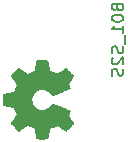
<source format=gbr>
G04 #@! TF.GenerationSoftware,KiCad,Pcbnew,5.1.5-52549c5~86~ubuntu18.04.1*
G04 #@! TF.CreationDate,2020-09-05T13:09:40-05:00*
G04 #@! TF.ProjectId,B01,4230312e-6b69-4636-9164-5f7063625858,rev?*
G04 #@! TF.SameCoordinates,Original*
G04 #@! TF.FileFunction,Legend,Bot*
G04 #@! TF.FilePolarity,Positive*
%FSLAX46Y46*%
G04 Gerber Fmt 4.6, Leading zero omitted, Abs format (unit mm)*
G04 Created by KiCad (PCBNEW 5.1.5-52549c5~86~ubuntu18.04.1) date 2020-09-05 13:09:40*
%MOMM*%
%LPD*%
G04 APERTURE LIST*
%ADD10C,0.150000*%
%ADD11C,0.010000*%
G04 APERTURE END LIST*
D10*
X46816971Y-21160123D02*
X46864590Y-21302980D01*
X46912209Y-21350600D01*
X47007447Y-21398219D01*
X47150304Y-21398219D01*
X47245542Y-21350600D01*
X47293161Y-21302980D01*
X47340780Y-21207742D01*
X47340780Y-20826790D01*
X46340780Y-20826790D01*
X46340780Y-21160123D01*
X46388400Y-21255361D01*
X46436019Y-21302980D01*
X46531257Y-21350600D01*
X46626495Y-21350600D01*
X46721733Y-21302980D01*
X46769352Y-21255361D01*
X46816971Y-21160123D01*
X46816971Y-20826790D01*
X46340780Y-22017266D02*
X46340780Y-22112504D01*
X46388400Y-22207742D01*
X46436019Y-22255361D01*
X46531257Y-22302980D01*
X46721733Y-22350600D01*
X46959828Y-22350600D01*
X47150304Y-22302980D01*
X47245542Y-22255361D01*
X47293161Y-22207742D01*
X47340780Y-22112504D01*
X47340780Y-22017266D01*
X47293161Y-21922028D01*
X47245542Y-21874409D01*
X47150304Y-21826790D01*
X46959828Y-21779171D01*
X46721733Y-21779171D01*
X46531257Y-21826790D01*
X46436019Y-21874409D01*
X46388400Y-21922028D01*
X46340780Y-22017266D01*
X47340780Y-23302980D02*
X47340780Y-22731552D01*
X47340780Y-23017266D02*
X46340780Y-23017266D01*
X46483638Y-22922028D01*
X46578876Y-22826790D01*
X46626495Y-22731552D01*
X47436019Y-23493457D02*
X47436019Y-24255361D01*
X47293161Y-24445838D02*
X47340780Y-24588695D01*
X47340780Y-24826790D01*
X47293161Y-24922028D01*
X47245542Y-24969647D01*
X47150304Y-25017266D01*
X47055066Y-25017266D01*
X46959828Y-24969647D01*
X46912209Y-24922028D01*
X46864590Y-24826790D01*
X46816971Y-24636314D01*
X46769352Y-24541076D01*
X46721733Y-24493457D01*
X46626495Y-24445838D01*
X46531257Y-24445838D01*
X46436019Y-24493457D01*
X46388400Y-24541076D01*
X46340780Y-24636314D01*
X46340780Y-24874409D01*
X46388400Y-25017266D01*
X46436019Y-25398219D02*
X46388400Y-25445838D01*
X46340780Y-25541076D01*
X46340780Y-25779171D01*
X46388400Y-25874409D01*
X46436019Y-25922028D01*
X46531257Y-25969647D01*
X46626495Y-25969647D01*
X46769352Y-25922028D01*
X47340780Y-25350600D01*
X47340780Y-25969647D01*
X47293161Y-26350600D02*
X47340780Y-26493457D01*
X47340780Y-26731552D01*
X47293161Y-26826790D01*
X47245542Y-26874409D01*
X47150304Y-26922028D01*
X47055066Y-26922028D01*
X46959828Y-26874409D01*
X46912209Y-26826790D01*
X46864590Y-26731552D01*
X46816971Y-26541076D01*
X46769352Y-26445838D01*
X46721733Y-26398219D01*
X46626495Y-26350600D01*
X46531257Y-26350600D01*
X46436019Y-26398219D01*
X46388400Y-26445838D01*
X46340780Y-26541076D01*
X46340780Y-26779171D01*
X46388400Y-26922028D01*
D11*
G36*
X37600931Y-29486414D02*
G01*
X38045555Y-29570235D01*
X38173053Y-29879520D01*
X38300551Y-30188806D01*
X38048246Y-30559846D01*
X37977996Y-30663757D01*
X37915272Y-30757687D01*
X37862938Y-30837252D01*
X37823857Y-30898070D01*
X37800893Y-30935757D01*
X37795942Y-30946021D01*
X37808676Y-30964510D01*
X37843882Y-31004020D01*
X37897062Y-31060122D01*
X37963718Y-31128387D01*
X38039354Y-31204386D01*
X38119472Y-31283692D01*
X38199574Y-31361875D01*
X38275164Y-31434507D01*
X38341745Y-31497159D01*
X38394818Y-31545403D01*
X38429887Y-31574810D01*
X38441623Y-31581841D01*
X38463260Y-31571723D01*
X38510662Y-31543359D01*
X38579193Y-31499729D01*
X38664215Y-31443818D01*
X38761093Y-31378606D01*
X38816350Y-31340819D01*
X38917248Y-31271943D01*
X39008299Y-31210740D01*
X39084970Y-31160178D01*
X39142728Y-31123228D01*
X39177043Y-31102858D01*
X39184254Y-31099797D01*
X39204748Y-31106736D01*
X39252513Y-31125651D01*
X39320832Y-31153687D01*
X39402989Y-31187991D01*
X39492270Y-31225709D01*
X39581958Y-31263987D01*
X39665338Y-31299970D01*
X39735694Y-31330806D01*
X39786310Y-31353639D01*
X39810471Y-31365617D01*
X39811422Y-31366324D01*
X39816036Y-31385131D01*
X39826328Y-31435218D01*
X39841287Y-31511393D01*
X39859901Y-31608465D01*
X39881159Y-31721243D01*
X39893418Y-31787042D01*
X39916362Y-31907550D01*
X39938195Y-32016397D01*
X39957722Y-32108076D01*
X39973748Y-32177081D01*
X39985079Y-32217904D01*
X39988674Y-32226111D01*
X40013006Y-32234148D01*
X40067959Y-32240633D01*
X40147108Y-32245570D01*
X40244026Y-32248964D01*
X40352287Y-32250818D01*
X40465465Y-32251138D01*
X40577135Y-32249927D01*
X40680868Y-32247190D01*
X40770241Y-32242931D01*
X40838826Y-32237155D01*
X40880197Y-32229867D01*
X40888810Y-32225495D01*
X40899133Y-32199364D01*
X40913892Y-32143993D01*
X40931352Y-32066707D01*
X40949780Y-31974830D01*
X40955741Y-31942758D01*
X40984066Y-31788124D01*
X41006876Y-31665975D01*
X41025080Y-31572273D01*
X41039583Y-31502984D01*
X41051292Y-31454071D01*
X41061115Y-31421497D01*
X41069956Y-31401228D01*
X41078724Y-31389226D01*
X41080457Y-31387547D01*
X41108371Y-31370784D01*
X41162695Y-31345214D01*
X41236777Y-31313388D01*
X41323965Y-31277860D01*
X41417608Y-31241183D01*
X41511052Y-31205911D01*
X41597647Y-31174596D01*
X41670740Y-31149793D01*
X41723678Y-31134054D01*
X41749811Y-31129932D01*
X41750726Y-31130276D01*
X41772086Y-31144241D01*
X41819084Y-31175922D01*
X41886827Y-31221991D01*
X41970423Y-31279118D01*
X42064982Y-31343973D01*
X42091854Y-31362443D01*
X42189275Y-31428299D01*
X42278163Y-31486250D01*
X42353412Y-31533138D01*
X42409920Y-31565807D01*
X42442581Y-31581100D01*
X42446593Y-31581841D01*
X42467684Y-31568992D01*
X42509464Y-31533488D01*
X42567445Y-31479893D01*
X42637135Y-31412771D01*
X42714045Y-31336687D01*
X42793683Y-31256204D01*
X42871561Y-31175887D01*
X42943186Y-31100299D01*
X43004070Y-31034005D01*
X43049721Y-30981569D01*
X43075650Y-30947555D01*
X43079883Y-30938145D01*
X43069912Y-30916243D01*
X43043020Y-30871400D01*
X43003736Y-30810921D01*
X42972117Y-30764389D01*
X42914098Y-30680075D01*
X42845784Y-30580226D01*
X42777579Y-30480073D01*
X42741075Y-30426227D01*
X42617800Y-30243971D01*
X42700520Y-30090981D01*
X42736759Y-30021282D01*
X42764926Y-29962014D01*
X42780991Y-29921911D01*
X42783226Y-29911703D01*
X42766722Y-29899429D01*
X42720082Y-29875213D01*
X42647609Y-29840863D01*
X42553606Y-29798188D01*
X42442374Y-29748994D01*
X42318215Y-29695090D01*
X42185432Y-29638284D01*
X42048327Y-29580382D01*
X41911202Y-29523193D01*
X41778358Y-29468524D01*
X41654098Y-29418184D01*
X41542725Y-29373980D01*
X41448539Y-29337719D01*
X41375844Y-29311209D01*
X41328941Y-29296258D01*
X41312833Y-29293854D01*
X41292286Y-29312911D01*
X41258933Y-29354636D01*
X41219702Y-29410306D01*
X41216599Y-29414978D01*
X41101423Y-29558864D01*
X40967053Y-29674883D01*
X40817784Y-29762030D01*
X40657913Y-29819299D01*
X40491737Y-29845686D01*
X40323552Y-29840185D01*
X40157655Y-29801790D01*
X39998342Y-29729495D01*
X39963487Y-29708226D01*
X39822737Y-29597596D01*
X39709714Y-29466902D01*
X39625003Y-29320664D01*
X39569194Y-29163408D01*
X39542874Y-28999657D01*
X39546630Y-28833933D01*
X39581050Y-28670762D01*
X39646723Y-28514665D01*
X39744235Y-28370167D01*
X39783813Y-28325469D01*
X39907703Y-28211712D01*
X40038124Y-28128818D01*
X40184315Y-28071956D01*
X40329088Y-28040287D01*
X40491860Y-28032469D01*
X40655440Y-28058538D01*
X40814298Y-28115845D01*
X40962906Y-28201744D01*
X41095735Y-28313586D01*
X41207256Y-28448723D01*
X41219011Y-28466483D01*
X41257508Y-28522750D01*
X41290863Y-28565523D01*
X41312160Y-28585972D01*
X41312833Y-28586269D01*
X41335871Y-28581879D01*
X41388157Y-28564476D01*
X41465390Y-28535868D01*
X41563268Y-28497865D01*
X41677491Y-28452274D01*
X41803758Y-28400903D01*
X41937767Y-28345562D01*
X42075218Y-28288058D01*
X42211808Y-28230201D01*
X42343237Y-28173798D01*
X42465205Y-28120658D01*
X42573409Y-28072590D01*
X42663549Y-28031401D01*
X42731323Y-27998901D01*
X42772430Y-27976897D01*
X42783226Y-27968036D01*
X42774819Y-27940960D01*
X42752272Y-27890297D01*
X42719613Y-27824783D01*
X42700520Y-27788759D01*
X42617800Y-27635768D01*
X42741075Y-27453512D01*
X42804228Y-27360475D01*
X42873727Y-27258615D01*
X42939165Y-27163162D01*
X42972117Y-27115350D01*
X43017273Y-27048105D01*
X43053057Y-26991164D01*
X43074938Y-26951954D01*
X43079563Y-26939219D01*
X43067085Y-26920683D01*
X43032252Y-26879659D01*
X42978678Y-26820125D01*
X42909983Y-26746058D01*
X42829781Y-26661435D01*
X42778286Y-26607915D01*
X42686286Y-26514281D01*
X42603999Y-26433359D01*
X42534945Y-26368423D01*
X42482644Y-26322742D01*
X42450616Y-26299589D01*
X42444116Y-26297368D01*
X42419394Y-26307676D01*
X42369405Y-26336161D01*
X42299212Y-26379663D01*
X42213875Y-26435023D01*
X42118456Y-26499080D01*
X42091854Y-26517297D01*
X41995167Y-26583673D01*
X41908117Y-26643222D01*
X41835595Y-26692616D01*
X41782493Y-26728525D01*
X41753703Y-26747619D01*
X41750726Y-26749464D01*
X41727782Y-26746705D01*
X41677336Y-26732062D01*
X41606041Y-26708087D01*
X41520547Y-26677334D01*
X41427507Y-26642356D01*
X41333574Y-26605707D01*
X41245399Y-26569939D01*
X41169634Y-26537606D01*
X41112931Y-26511262D01*
X41081943Y-26493458D01*
X41080457Y-26492193D01*
X41071601Y-26481306D01*
X41062843Y-26462918D01*
X41053277Y-26432994D01*
X41041996Y-26387497D01*
X41028093Y-26322391D01*
X41010663Y-26233639D01*
X40988798Y-26117207D01*
X40961591Y-25969058D01*
X40955741Y-25936982D01*
X40937374Y-25841914D01*
X40919405Y-25759035D01*
X40903569Y-25695670D01*
X40891600Y-25659142D01*
X40888810Y-25654244D01*
X40864072Y-25646173D01*
X40808790Y-25639613D01*
X40729389Y-25634567D01*
X40632296Y-25631041D01*
X40523938Y-25629039D01*
X40410740Y-25628564D01*
X40299128Y-25629623D01*
X40195529Y-25632218D01*
X40106368Y-25636354D01*
X40038072Y-25642037D01*
X39997066Y-25649269D01*
X39988674Y-25653629D01*
X39980208Y-25677902D01*
X39966435Y-25733174D01*
X39948550Y-25813938D01*
X39927748Y-25914688D01*
X39905223Y-26029917D01*
X39893418Y-26092698D01*
X39871151Y-26211813D01*
X39850979Y-26318035D01*
X39833915Y-26406173D01*
X39820969Y-26471034D01*
X39813155Y-26507426D01*
X39811422Y-26513416D01*
X39791890Y-26523539D01*
X39744843Y-26544938D01*
X39677003Y-26574761D01*
X39595091Y-26610155D01*
X39505828Y-26648268D01*
X39415935Y-26686247D01*
X39332135Y-26721240D01*
X39261147Y-26750394D01*
X39209694Y-26770857D01*
X39184497Y-26779777D01*
X39183396Y-26779943D01*
X39163519Y-26769831D01*
X39117777Y-26741483D01*
X39050717Y-26697877D01*
X38966884Y-26641994D01*
X38870826Y-26576813D01*
X38815650Y-26538921D01*
X38714481Y-26469875D01*
X38622630Y-26408550D01*
X38544744Y-26357937D01*
X38485469Y-26321029D01*
X38449451Y-26300818D01*
X38441377Y-26297899D01*
X38422584Y-26310447D01*
X38382457Y-26345137D01*
X38325493Y-26397537D01*
X38256185Y-26463216D01*
X38179031Y-26537744D01*
X38098525Y-26616687D01*
X38019163Y-26695617D01*
X37945440Y-26770100D01*
X37881852Y-26835706D01*
X37832894Y-26888004D01*
X37803061Y-26922561D01*
X37795942Y-26934122D01*
X37805953Y-26952946D01*
X37834078Y-26997969D01*
X37877454Y-27064813D01*
X37933218Y-27149101D01*
X37998506Y-27246456D01*
X38048246Y-27319893D01*
X38300551Y-27690933D01*
X38045555Y-28309505D01*
X37600931Y-28393325D01*
X37156307Y-28477146D01*
X37156307Y-29402594D01*
X37600931Y-29486414D01*
G37*
X37600931Y-29486414D02*
X38045555Y-29570235D01*
X38173053Y-29879520D01*
X38300551Y-30188806D01*
X38048246Y-30559846D01*
X37977996Y-30663757D01*
X37915272Y-30757687D01*
X37862938Y-30837252D01*
X37823857Y-30898070D01*
X37800893Y-30935757D01*
X37795942Y-30946021D01*
X37808676Y-30964510D01*
X37843882Y-31004020D01*
X37897062Y-31060122D01*
X37963718Y-31128387D01*
X38039354Y-31204386D01*
X38119472Y-31283692D01*
X38199574Y-31361875D01*
X38275164Y-31434507D01*
X38341745Y-31497159D01*
X38394818Y-31545403D01*
X38429887Y-31574810D01*
X38441623Y-31581841D01*
X38463260Y-31571723D01*
X38510662Y-31543359D01*
X38579193Y-31499729D01*
X38664215Y-31443818D01*
X38761093Y-31378606D01*
X38816350Y-31340819D01*
X38917248Y-31271943D01*
X39008299Y-31210740D01*
X39084970Y-31160178D01*
X39142728Y-31123228D01*
X39177043Y-31102858D01*
X39184254Y-31099797D01*
X39204748Y-31106736D01*
X39252513Y-31125651D01*
X39320832Y-31153687D01*
X39402989Y-31187991D01*
X39492270Y-31225709D01*
X39581958Y-31263987D01*
X39665338Y-31299970D01*
X39735694Y-31330806D01*
X39786310Y-31353639D01*
X39810471Y-31365617D01*
X39811422Y-31366324D01*
X39816036Y-31385131D01*
X39826328Y-31435218D01*
X39841287Y-31511393D01*
X39859901Y-31608465D01*
X39881159Y-31721243D01*
X39893418Y-31787042D01*
X39916362Y-31907550D01*
X39938195Y-32016397D01*
X39957722Y-32108076D01*
X39973748Y-32177081D01*
X39985079Y-32217904D01*
X39988674Y-32226111D01*
X40013006Y-32234148D01*
X40067959Y-32240633D01*
X40147108Y-32245570D01*
X40244026Y-32248964D01*
X40352287Y-32250818D01*
X40465465Y-32251138D01*
X40577135Y-32249927D01*
X40680868Y-32247190D01*
X40770241Y-32242931D01*
X40838826Y-32237155D01*
X40880197Y-32229867D01*
X40888810Y-32225495D01*
X40899133Y-32199364D01*
X40913892Y-32143993D01*
X40931352Y-32066707D01*
X40949780Y-31974830D01*
X40955741Y-31942758D01*
X40984066Y-31788124D01*
X41006876Y-31665975D01*
X41025080Y-31572273D01*
X41039583Y-31502984D01*
X41051292Y-31454071D01*
X41061115Y-31421497D01*
X41069956Y-31401228D01*
X41078724Y-31389226D01*
X41080457Y-31387547D01*
X41108371Y-31370784D01*
X41162695Y-31345214D01*
X41236777Y-31313388D01*
X41323965Y-31277860D01*
X41417608Y-31241183D01*
X41511052Y-31205911D01*
X41597647Y-31174596D01*
X41670740Y-31149793D01*
X41723678Y-31134054D01*
X41749811Y-31129932D01*
X41750726Y-31130276D01*
X41772086Y-31144241D01*
X41819084Y-31175922D01*
X41886827Y-31221991D01*
X41970423Y-31279118D01*
X42064982Y-31343973D01*
X42091854Y-31362443D01*
X42189275Y-31428299D01*
X42278163Y-31486250D01*
X42353412Y-31533138D01*
X42409920Y-31565807D01*
X42442581Y-31581100D01*
X42446593Y-31581841D01*
X42467684Y-31568992D01*
X42509464Y-31533488D01*
X42567445Y-31479893D01*
X42637135Y-31412771D01*
X42714045Y-31336687D01*
X42793683Y-31256204D01*
X42871561Y-31175887D01*
X42943186Y-31100299D01*
X43004070Y-31034005D01*
X43049721Y-30981569D01*
X43075650Y-30947555D01*
X43079883Y-30938145D01*
X43069912Y-30916243D01*
X43043020Y-30871400D01*
X43003736Y-30810921D01*
X42972117Y-30764389D01*
X42914098Y-30680075D01*
X42845784Y-30580226D01*
X42777579Y-30480073D01*
X42741075Y-30426227D01*
X42617800Y-30243971D01*
X42700520Y-30090981D01*
X42736759Y-30021282D01*
X42764926Y-29962014D01*
X42780991Y-29921911D01*
X42783226Y-29911703D01*
X42766722Y-29899429D01*
X42720082Y-29875213D01*
X42647609Y-29840863D01*
X42553606Y-29798188D01*
X42442374Y-29748994D01*
X42318215Y-29695090D01*
X42185432Y-29638284D01*
X42048327Y-29580382D01*
X41911202Y-29523193D01*
X41778358Y-29468524D01*
X41654098Y-29418184D01*
X41542725Y-29373980D01*
X41448539Y-29337719D01*
X41375844Y-29311209D01*
X41328941Y-29296258D01*
X41312833Y-29293854D01*
X41292286Y-29312911D01*
X41258933Y-29354636D01*
X41219702Y-29410306D01*
X41216599Y-29414978D01*
X41101423Y-29558864D01*
X40967053Y-29674883D01*
X40817784Y-29762030D01*
X40657913Y-29819299D01*
X40491737Y-29845686D01*
X40323552Y-29840185D01*
X40157655Y-29801790D01*
X39998342Y-29729495D01*
X39963487Y-29708226D01*
X39822737Y-29597596D01*
X39709714Y-29466902D01*
X39625003Y-29320664D01*
X39569194Y-29163408D01*
X39542874Y-28999657D01*
X39546630Y-28833933D01*
X39581050Y-28670762D01*
X39646723Y-28514665D01*
X39744235Y-28370167D01*
X39783813Y-28325469D01*
X39907703Y-28211712D01*
X40038124Y-28128818D01*
X40184315Y-28071956D01*
X40329088Y-28040287D01*
X40491860Y-28032469D01*
X40655440Y-28058538D01*
X40814298Y-28115845D01*
X40962906Y-28201744D01*
X41095735Y-28313586D01*
X41207256Y-28448723D01*
X41219011Y-28466483D01*
X41257508Y-28522750D01*
X41290863Y-28565523D01*
X41312160Y-28585972D01*
X41312833Y-28586269D01*
X41335871Y-28581879D01*
X41388157Y-28564476D01*
X41465390Y-28535868D01*
X41563268Y-28497865D01*
X41677491Y-28452274D01*
X41803758Y-28400903D01*
X41937767Y-28345562D01*
X42075218Y-28288058D01*
X42211808Y-28230201D01*
X42343237Y-28173798D01*
X42465205Y-28120658D01*
X42573409Y-28072590D01*
X42663549Y-28031401D01*
X42731323Y-27998901D01*
X42772430Y-27976897D01*
X42783226Y-27968036D01*
X42774819Y-27940960D01*
X42752272Y-27890297D01*
X42719613Y-27824783D01*
X42700520Y-27788759D01*
X42617800Y-27635768D01*
X42741075Y-27453512D01*
X42804228Y-27360475D01*
X42873727Y-27258615D01*
X42939165Y-27163162D01*
X42972117Y-27115350D01*
X43017273Y-27048105D01*
X43053057Y-26991164D01*
X43074938Y-26951954D01*
X43079563Y-26939219D01*
X43067085Y-26920683D01*
X43032252Y-26879659D01*
X42978678Y-26820125D01*
X42909983Y-26746058D01*
X42829781Y-26661435D01*
X42778286Y-26607915D01*
X42686286Y-26514281D01*
X42603999Y-26433359D01*
X42534945Y-26368423D01*
X42482644Y-26322742D01*
X42450616Y-26299589D01*
X42444116Y-26297368D01*
X42419394Y-26307676D01*
X42369405Y-26336161D01*
X42299212Y-26379663D01*
X42213875Y-26435023D01*
X42118456Y-26499080D01*
X42091854Y-26517297D01*
X41995167Y-26583673D01*
X41908117Y-26643222D01*
X41835595Y-26692616D01*
X41782493Y-26728525D01*
X41753703Y-26747619D01*
X41750726Y-26749464D01*
X41727782Y-26746705D01*
X41677336Y-26732062D01*
X41606041Y-26708087D01*
X41520547Y-26677334D01*
X41427507Y-26642356D01*
X41333574Y-26605707D01*
X41245399Y-26569939D01*
X41169634Y-26537606D01*
X41112931Y-26511262D01*
X41081943Y-26493458D01*
X41080457Y-26492193D01*
X41071601Y-26481306D01*
X41062843Y-26462918D01*
X41053277Y-26432994D01*
X41041996Y-26387497D01*
X41028093Y-26322391D01*
X41010663Y-26233639D01*
X40988798Y-26117207D01*
X40961591Y-25969058D01*
X40955741Y-25936982D01*
X40937374Y-25841914D01*
X40919405Y-25759035D01*
X40903569Y-25695670D01*
X40891600Y-25659142D01*
X40888810Y-25654244D01*
X40864072Y-25646173D01*
X40808790Y-25639613D01*
X40729389Y-25634567D01*
X40632296Y-25631041D01*
X40523938Y-25629039D01*
X40410740Y-25628564D01*
X40299128Y-25629623D01*
X40195529Y-25632218D01*
X40106368Y-25636354D01*
X40038072Y-25642037D01*
X39997066Y-25649269D01*
X39988674Y-25653629D01*
X39980208Y-25677902D01*
X39966435Y-25733174D01*
X39948550Y-25813938D01*
X39927748Y-25914688D01*
X39905223Y-26029917D01*
X39893418Y-26092698D01*
X39871151Y-26211813D01*
X39850979Y-26318035D01*
X39833915Y-26406173D01*
X39820969Y-26471034D01*
X39813155Y-26507426D01*
X39811422Y-26513416D01*
X39791890Y-26523539D01*
X39744843Y-26544938D01*
X39677003Y-26574761D01*
X39595091Y-26610155D01*
X39505828Y-26648268D01*
X39415935Y-26686247D01*
X39332135Y-26721240D01*
X39261147Y-26750394D01*
X39209694Y-26770857D01*
X39184497Y-26779777D01*
X39183396Y-26779943D01*
X39163519Y-26769831D01*
X39117777Y-26741483D01*
X39050717Y-26697877D01*
X38966884Y-26641994D01*
X38870826Y-26576813D01*
X38815650Y-26538921D01*
X38714481Y-26469875D01*
X38622630Y-26408550D01*
X38544744Y-26357937D01*
X38485469Y-26321029D01*
X38449451Y-26300818D01*
X38441377Y-26297899D01*
X38422584Y-26310447D01*
X38382457Y-26345137D01*
X38325493Y-26397537D01*
X38256185Y-26463216D01*
X38179031Y-26537744D01*
X38098525Y-26616687D01*
X38019163Y-26695617D01*
X37945440Y-26770100D01*
X37881852Y-26835706D01*
X37832894Y-26888004D01*
X37803061Y-26922561D01*
X37795942Y-26934122D01*
X37805953Y-26952946D01*
X37834078Y-26997969D01*
X37877454Y-27064813D01*
X37933218Y-27149101D01*
X37998506Y-27246456D01*
X38048246Y-27319893D01*
X38300551Y-27690933D01*
X38045555Y-28309505D01*
X37600931Y-28393325D01*
X37156307Y-28477146D01*
X37156307Y-29402594D01*
X37600931Y-29486414D01*
M02*

</source>
